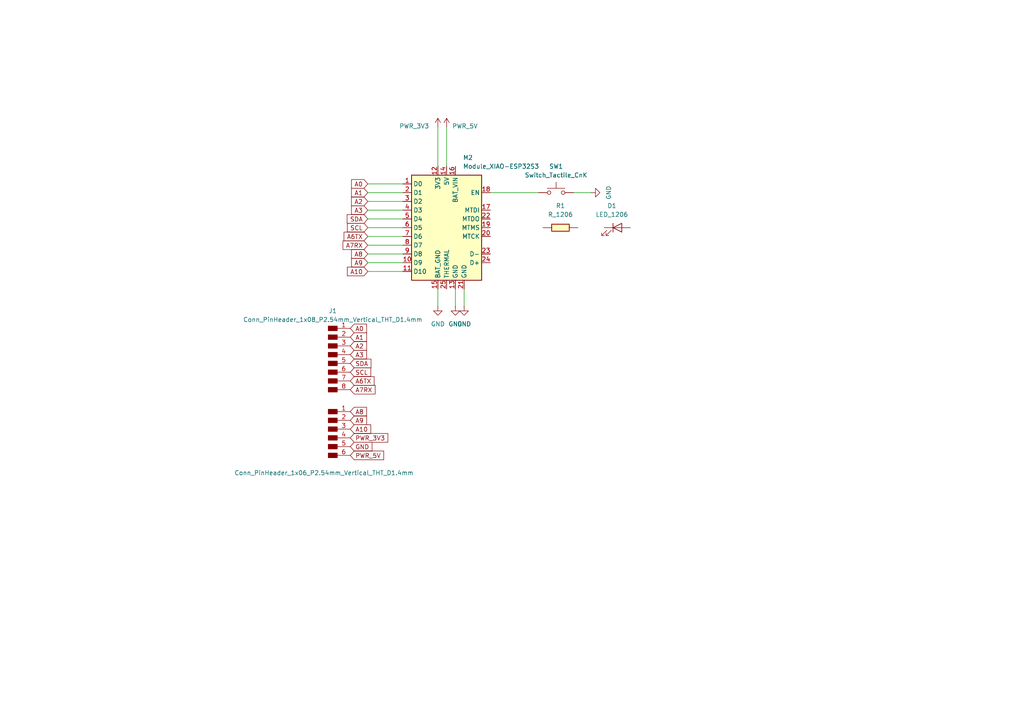
<source format=kicad_sch>
(kicad_sch (version 20231120) (generator "eeschema") (generator_version "8.0")
  (paper "A4")
  (lib_symbols
    (symbol "fab:Conn_PinHeader_1x06_P2.54mm_Vertical_THT_D1.4mm" (pin_names hide)
      (property "Reference" "J" (at 0 7.62 0))
      (property "Value" "Conn_PinHeader_1x06_P2.54mm_Vertical_THT_D1.4mm" (at 0 -10.16 0))
      (symbol "Conn_PinHeader_1x06_P2.54mm_Vertical_THT_D1.4mm_1_1"
        (rectangle (start -1.27 -6.985) (end 1.27 -8.255) (stroke (width 0.254)) (fill (type outline)))
        (rectangle (start -1.27 -4.445) (end 1.27 -5.715) (stroke (width 0.254)) (fill (type outline)))
        (rectangle (start -1.27 -1.905) (end 1.27 -3.175) (stroke (width 0.254)) (fill (type outline)))
        (rectangle (start -1.27 0.635) (end 1.27 -0.635) (stroke (width 0.254)) (fill (type outline)))
        (rectangle (start -1.27 3.175) (end 1.27 1.905) (stroke (width 0.254)) (fill (type outline)))
        (rectangle (start -1.27 5.715) (end 1.27 4.445) (stroke (width 0.254)) (fill (type outline)))
        (pin passive line (at 5.08 5.08 180) (length 3.81) (name "Pin_1") (number "1"))
        (pin passive line (at 5.08 2.54 180) (length 3.81) (name "Pin_2") (number "2"))
        (pin passive line (at 5.08 0 180) (length 3.81) (name "Pin_3") (number "3"))
        (pin passive line (at 5.08 -2.54 180) (length 3.81) (name "Pin_4") (number "4"))
        (pin passive line (at 5.08 -5.08 180) (length 3.81) (name "Pin_5") (number "5"))
        (pin passive line (at 5.08 -7.62 180) (length 3.81) (name "Pin_6") (number "6"))
      )
    )
    (symbol "fab:Conn_PinHeader_1x08_P2.54mm_Vertical_THT_D1.4mm" (pin_names hide)
      (property "Reference" "J" (at 0 10.16 0))
      (property "Value" "Conn_PinHeader_1x08_P2.54mm_Vertical_THT_D1.4mm" (at 0 -12.7 0))
      (symbol "Conn_PinHeader_1x08_P2.54mm_Vertical_THT_D1.4mm_1_1"
        (rectangle (start -1.27 -9.525) (end 1.27 -10.795) (stroke (width 0.254)) (fill (type outline)))
        (rectangle (start -1.27 -6.985) (end 1.27 -8.255) (stroke (width 0.254)) (fill (type outline)))
        (rectangle (start -1.27 -4.445) (end 1.27 -5.715) (stroke (width 0.254)) (fill (type outline)))
        (rectangle (start -1.27 -1.905) (end 1.27 -3.175) (stroke (width 0.254)) (fill (type outline)))
        (rectangle (start -1.27 0.635) (end 1.27 -0.635) (stroke (width 0.254)) (fill (type outline)))
        (rectangle (start -1.27 3.175) (end 1.27 1.905) (stroke (width 0.254)) (fill (type outline)))
        (rectangle (start -1.27 5.715) (end 1.27 4.445) (stroke (width 0.254)) (fill (type outline)))
        (rectangle (start -1.27 8.255) (end 1.27 6.985) (stroke (width 0.254)) (fill (type outline)))
        (pin passive line (at 5.08 7.62 180) (length 3.81) (name "Pin_1") (number "1"))
        (pin passive line (at 5.08 5.08 180) (length 3.81) (name "Pin_2") (number "2"))
        (pin passive line (at 5.08 2.54 180) (length 3.81) (name "Pin_3") (number "3"))
        (pin passive line (at 5.08 0 180) (length 3.81) (name "Pin_4") (number "4"))
        (pin passive line (at 5.08 -2.54 180) (length 3.81) (name "Pin_5") (number "5"))
        (pin passive line (at 5.08 -5.08 180) (length 3.81) (name "Pin_6") (number "6"))
        (pin passive line (at 5.08 -7.62 180) (length 3.81) (name "Pin_7") (number "7"))
        (pin passive line (at 5.08 -10.16 180) (length 3.81) (name "Pin_8") (number "8"))
      )
    )
    (symbol "fab:LED_1206" (pin_numbers hide) (pin_names (offset 1.016) hide)
      (property "Reference" "D" (at 0 2.54 0))
      (property "Value" "LED_1206" (at 0 -2.54 0))
      (symbol "LED_1206_0_1"
        (polyline (pts (xy -1.27 -1.27) (xy -1.27 1.27)) (stroke (width 0.2032)))
        (polyline (pts (xy -1.27 0) (xy 1.27 0)))
        (polyline (pts (xy 1.27 -1.27) (xy 1.27 1.27) (xy -1.27 0) (xy 1.27 -1.27)) (stroke (width 0.2032)))
        (polyline (pts (xy -3.048 -0.762) (xy -4.572 -2.286) (xy -3.81 -2.286) (xy -4.572 -2.286) (xy -4.572 -1.524)))
        (polyline (pts (xy -1.778 -0.762) (xy -3.302 -2.286) (xy -2.54 -2.286) (xy -3.302 -2.286) (xy -3.302 -1.524)))
      )
      (symbol "LED_1206_1_1"
        (pin passive line (at -3.81 0 0) (length 2.54) (name "K") (number "1"))
        (pin passive line (at 3.81 0 180) (length 2.54) (name "A") (number "2"))
      )
    )
    (symbol "fab:Module_XIAO-ESP32S3"
      (property "Reference" "M" (at -10.16 16.51 0))
      (property "Value" "Module_XIAO-ESP32S3" (at 3.81 16.51 0))
      (symbol "Module_XIAO-ESP32S3_1_1"
        (rectangle (start -10.16 15.24) (end 10.16 -15.24) (stroke (width 0.254)) (fill (type background)))
        (pin bidirectional line (at -12.7 12.7 0) (length 2.54) (name "D0") (number "1"))
        (pin bidirectional line (at -12.7 -10.16 0) (length 2.54) (name "D9") (number "10"))
        (pin bidirectional line (at -12.7 -12.7 0) (length 2.54) (name "D10") (number "11"))
        (pin power_in line (at -2.54 17.78 270) (length 2.54) (name "3V3") (number "12"))
        (pin power_in line (at 2.54 -17.78 90) (length 2.54) (name "GND") (number "13"))
        (pin power_in line (at 0 17.78 270) (length 2.54) (name "5V") (number "14"))
        (pin power_in line (at -2.54 -17.78 90) (length 2.54) (name "BAT_GND") (number "15"))
        (pin power_in line (at 2.54 17.78 270) (length 2.54) (name "BAT_VIN") (number "16"))
        (pin input line (at 12.7 5.08 180) (length 2.54) (name "MTDI") (number "17"))
        (pin input line (at 12.7 10.16 180) (length 2.54) (name "EN") (number "18"))
        (pin input line (at 12.7 0 180) (length 2.54) (name "MTMS") (number "19"))
        (pin bidirectional line (at -12.7 10.16 0) (length 2.54) (name "D1") (number "2"))
        (pin input line (at 12.7 -2.54 180) (length 2.54) (name "MTCK") (number "20"))
        (pin power_in line (at 5.08 -17.78 90) (length 2.54) (name "GND") (number "21"))
        (pin output line (at 12.7 2.54 180) (length 2.54) (name "MTDO") (number "22"))
        (pin bidirectional line (at 12.7 -7.62 180) (length 2.54) (name "D-") (number "23"))
        (pin bidirectional line (at 12.7 -10.16 180) (length 2.54) (name "D+") (number "24"))
        (pin power_in line (at 0 -17.78 90) (length 2.54) (name "THERMAL") (number "25"))
        (pin bidirectional line (at -12.7 7.62 0) (length 2.54) (name "D2") (number "3"))
        (pin bidirectional line (at -12.7 5.08 0) (length 2.54) (name "D3") (number "4"))
        (pin bidirectional line (at -12.7 2.54 0) (length 2.54) (name "D4") (number "5"))
        (pin bidirectional line (at -12.7 0 0) (length 2.54) (name "D5") (number "6"))
        (pin bidirectional line (at -12.7 -2.54 0) (length 2.54) (name "D6") (number "7"))
        (pin bidirectional line (at -12.7 -5.08 0) (length 2.54) (name "D7") (number "8"))
        (pin bidirectional line (at -12.7 -7.62 0) (length 2.54) (name "D8") (number "9"))
      )
    )
    (symbol "fab:PWR_3V3" (power) (pin_names (offset 0))
      (property "Value" "PWR_3V3" (at 0 3.556 0))
      (symbol "PWR_3V3_0_1"
        (polyline (pts (xy -0.762 1.27) (xy 0 2.54)))
        (polyline (pts (xy 0 0) (xy 0 2.54)))
        (polyline (pts (xy 0 2.54) (xy 0.762 1.27)))
      )
      (symbol "PWR_3V3_1_1"
        (pin power_in line (at 0 0 90) (length 0) hide (name "PWR_3V3") (number "1"))
      )
    )
    (symbol "fab:PWR_5V" (power) (pin_names (offset 0))
      (property "Value" "PWR_5V" (at 0 3.556 0))
      (symbol "PWR_5V_0_1"
        (polyline (pts (xy -0.762 1.27) (xy 0 2.54)))
        (polyline (pts (xy 0 0) (xy 0 2.54)))
        (polyline (pts (xy 0 2.54) (xy 0.762 1.27)))
      )
      (symbol "PWR_5V_1_1"
        (pin power_in line (at 0 0 90) (length 0) hide (name "PWR_5V") (number "1"))
      )
    )
    (symbol "fab:R_1206" (pin_numbers hide) (pin_names (offset 0))
      (property "Reference" "R" (at 2.54 0 90))
      (property "Value" "R_1206" (at -2.54 0 90))
      (symbol "R_1206_0_1"
        (rectangle (start -1.016 -2.54) (end 1.016 2.54) (stroke (width 0.254)) (fill (type background)))
      )
      (symbol "R_1206_1_1"
        (pin passive line (at 0 5.08 270) (length 2.54) (name "~") (number "1"))
        (pin passive line (at 0 -5.08 90) (length 2.54) (name "~") (number "2"))
      )
    )
    (symbol "fab:Switch_Tactile_CnK" (pin_numbers hide) (pin_names (offset 1.016) hide)
      (property "Reference" "SW" (at 1.27 3.81 0))
      (property "Value" "Switch_Tactile_CnK" (at 0 0 0))
      (symbol "Switch_Tactile_CnK_0_1"
        (circle (center -2.032 0) (radius 0.508))
        (polyline (pts (xy 0 1.27) (xy 0 3.048)))
        (polyline (pts (xy 2.54 1.27) (xy -2.54 1.27)))
        (circle (center 2.032 0) (radius 0.508))
        (pin passive line (at -5.08 0 0) (length 2.54) (name "1") (number "1"))
        (pin passive line (at 5.08 0 180) (length 2.54) (name "2") (number "2"))
      )
    )
    (symbol "power:GND" (power) (pin_numbers hide) (pin_names (offset 0) hide)
      (property "Value" "GND" (at 0 -3.81 0))
      (symbol "GND_0_1"
        (polyline (pts (xy 0 0) (xy 0 -1.27) (xy 1.27 -1.27) (xy 0 -2.54) (xy -1.27 -1.27) (xy 0 -1.27)))
      )
      (symbol "GND_1_1"
        (pin power_in line (at 0 0 270) (length 0) (name "~") (number "1"))
      )
    )
  )
  (wire (pts (xy 106.68 55.88) (xy 116.84 55.88)))
  (wire (pts (xy 106.68 68.58) (xy 116.84 68.58)))
  (wire (pts (xy 106.68 63.5) (xy 116.84 63.5)))
  (wire (pts (xy 106.68 53.34) (xy 116.84 53.34)))
  (wire (pts (xy 106.68 76.2) (xy 116.84 76.2)))
  (wire (pts (xy 127 83.82) (xy 127 88.9)))
  (wire (pts (xy 127 36.83) (xy 127 48.26)))
  (wire (pts (xy 106.68 73.66) (xy 116.84 73.66)))
  (wire (pts (xy 106.68 71.12) (xy 116.84 71.12)))
  (wire (pts (xy 106.68 66.04) (xy 116.84 66.04)))
  (wire (pts (xy 134.62 83.82) (xy 134.62 88.9)))
  (wire (pts (xy 106.68 58.42) (xy 116.84 58.42)))
  (wire (pts (xy 129.54 36.83) (xy 129.54 48.26)))
  (wire (pts (xy 166.37 55.88) (xy 171.45 55.88)))
  (wire (pts (xy 106.68 78.74) (xy 116.84 78.74)))
  (wire (pts (xy 142.24 55.88) (xy 156.21 55.88)))
  (wire (pts (xy 132.08 83.82) (xy 132.08 88.9)))
  (wire (pts (xy 106.68 60.96) (xy 116.84 60.96)))
  (global_label "A9" (shape input) (at 106.68 76.2 180) (property "Intersheetrefs" "${INTERSHEET_REFS}" (effects (hide yes))))
  (global_label "SDA" (shape input) (at 106.68 63.5 180) (property "Intersheetrefs" "${INTERSHEET_REFS}" (effects (hide yes))))
  (global_label "A9" (shape input) (at 101.6 121.92 0) (property "Intersheetrefs" "${INTERSHEET_REFS}" (effects (hide yes))))
  (global_label "A7RX" (shape input) (at 106.68 71.12 180) (property "Intersheetrefs" "${INTERSHEET_REFS}" (effects (hide yes))))
  (global_label "A0" (shape input) (at 101.6 95.25 0) (property "Intersheetrefs" "${INTERSHEET_REFS}" (effects (hide yes))))
  (global_label "A6TX" (shape input) (at 106.68 68.58 180) (property "Intersheetrefs" "${INTERSHEET_REFS}" (effects (hide yes))))
  (global_label "A3" (shape input) (at 106.68 60.96 180) (property "Intersheetrefs" "${INTERSHEET_REFS}" (effects (hide yes))))
  (global_label "A0" (shape input) (at 106.68 53.34 180) (property "Intersheetrefs" "${INTERSHEET_REFS}" (effects (hide yes))))
  (global_label "A2" (shape input) (at 101.6 100.33 0) (property "Intersheetrefs" "${INTERSHEET_REFS}" (effects (hide yes))))
  (global_label "A10" (shape input) (at 101.6 124.46 0) (property "Intersheetrefs" "${INTERSHEET_REFS}" (effects (hide yes))))
  (global_label "A7RX" (shape input) (at 101.6 113.03 0) (property "Intersheetrefs" "${INTERSHEET_REFS}" (effects (hide yes))))
  (global_label "SCL" (shape input) (at 106.68 66.04 180) (property "Intersheetrefs" "${INTERSHEET_REFS}" (effects (hide yes))))
  (global_label "SCL" (shape input) (at 101.6 107.95 0) (property "Intersheetrefs" "${INTERSHEET_REFS}" (effects (hide yes))))
  (global_label "A6TX" (shape input) (at 101.6 110.49 0) (property "Intersheetrefs" "${INTERSHEET_REFS}" (effects (hide yes))))
  (global_label "A2" (shape input) (at 106.68 58.42 180) (property "Intersheetrefs" "${INTERSHEET_REFS}" (effects (hide yes))))
  (global_label "A10" (shape input) (at 106.68 78.74 180) (property "Intersheetrefs" "${INTERSHEET_REFS}" (effects (hide yes))))
  (global_label "A8" (shape input) (at 101.6 119.38 0) (property "Intersheetrefs" "${INTERSHEET_REFS}" (effects (hide yes))))
  (global_label "PWR_3V3" (shape input) (at 101.6 127 0) (property "Intersheetrefs" "${INTERSHEET_REFS}" (effects (hide yes))))
  (global_label "A8" (shape input) (at 106.68 73.66 180) (property "Intersheetrefs" "${INTERSHEET_REFS}" (effects (hide yes))))
  (global_label "A1" (shape input) (at 106.68 55.88 180) (property "Intersheetrefs" "${INTERSHEET_REFS}" (effects (hide yes))))
  (global_label "PWR_5V" (shape input) (at 101.6 132.08 0) (property "Intersheetrefs" "${INTERSHEET_REFS}" (effects (hide yes))))
  (global_label "A3" (shape input) (at 101.6 102.87 0) (property "Intersheetrefs" "${INTERSHEET_REFS}" (effects (hide yes))))
  (global_label "SDA" (shape input) (at 101.6 105.41 0) (property "Intersheetrefs" "${INTERSHEET_REFS}" (effects (hide yes))))
  (global_label "GND" (shape input) (at 101.6 129.54 0) (property "Intersheetrefs" "${INTERSHEET_REFS}" (effects (hide yes))))
  (global_label "A1" (shape input) (at 101.6 97.79 0) (property "Intersheetrefs" "${INTERSHEET_REFS}" (effects (hide yes))))
  (symbol (lib_id "fab:Module_XIAO-ESP32S3") (at 129.54 66.04 0) (unit 1)
    (property "Reference" "M2" (at 134.2741 45.72 0) (effects (justify left)))
    (property "Value" "Module_XIAO-ESP32S3" (at 134.2741 48.26 0) (effects (justify left)))
    (property "Footprint" "fab:SeeedStudio_XIAO_ESP32S3" (effects (hide yes)))
    (property "Datasheet" "https://wiki.seeedstudio.com/xiao_esp32s3_getting_started/" (effects (hide yes)))
    (property "Description" "ESP32-C3 Transceiver; 802.11 a/b/g/n (Wi-Fi, WiFi, WLAN), Bluetooth® Smart 4.x Low Energy (BLE) 2.4GHz Evaluation Board" (effects (hide yes)))
  )
  (symbol (lib_id "fab:Conn_PinHeader_1x08_P2.54mm_Vertical_THT_D1.4mm") (at 96.52 102.87 0) (unit 1)
    (property "Reference" "J1" (at 96.52 90.17 0))
    (property "Value" "Conn_PinHeader_1x08_P2.54mm_Vertical_THT_D1.4mm" (at 96.52 92.71 0))
    (property "Footprint" "fab:PinHeader_1x08_P2.54mm_Vertical_THT_D1.4mm" (effects (hide yes)))
    (property "Description" "Connector Header Through Hole 8 positions 0.100\" (2.54mm)" (effects (hide yes)))
  )
  (symbol (lib_id "power:GND") (at 132.08 88.9 0) (unit 1)
    (property "Reference" "#PWR06" (effects (hide yes)))
    (property "Value" "GND" (at 132.08 93.98 0))
    (property "Description" "Power symbol creates a global label with name \"GND\" , ground" (effects (hide yes)))
  )
  (symbol (lib_id "power:GND") (at 134.62 88.9 0) (unit 1)
    (property "Reference" "#PWR07" (effects (hide yes)))
    (property "Value" "GND" (at 134.62 93.98 0))
    (property "Description" "Power symbol creates a global label with name \"GND\" , ground" (effects (hide yes)))
  )
  (symbol (lib_id "fab:R_1206") (at 162.56 66.04 270) (unit 1)
    (property "Reference" "R1" (at 162.56 59.69 90))
    (property "Value" "R_1206" (at 162.56 62.23 90))
    (property "Footprint" "fab:R_1206" (effects (hide yes)))
    (property "Description" "Resistor" (effects (hide yes)))
  )
  (symbol (lib_id "fab:LED_1206") (at 179.07 66.04 0) (unit 1)
    (property "Reference" "D1" (at 177.4698 59.69 0))
    (property "Value" "LED_1206" (at 177.4698 62.23 0))
    (property "Footprint" "fab:LED_1206" (effects (hide yes)))
    (property "Datasheet" "https://optoelectronics.liteon.com/upload/download/DS-22-98-0002/LTST-C150CKT.pdf" (effects (hide yes)))
    (property "Description" "Light emitting diode, Lite-On Inc. LTST, SMD" (effects (hide yes)))
  )
  (symbol (lib_id "power:GND") (at 171.45 55.88 90) (unit 1)
    (property "Reference" "#PWR09" (effects (hide yes)))
    (property "Value" "GND" (at 176.53 55.88 0))
    (property "Description" "Power symbol creates a global label with name \"GND\" , ground" (effects (hide yes)))
  )
  (symbol (lib_id "fab:Switch_Tactile_CnK") (at 161.29 55.88 0) (unit 1)
    (property "Reference" "SW1" (at 161.29 48.26 0))
    (property "Value" "Switch_Tactile_CnK" (at 161.29 50.8 0))
    (property "Footprint" "fab:Button_CnK_PTS636.0_6x3.5mm" (effects (hide yes)))
    (property "Datasheet" "https://www.ckswitches.com/media/2779/pts636.pdf" (effects (hide yes)))
    (property "Description" "Push button switch, C&K PTS636 SM25F SMTR LFS, Tactile Switch SPST-NO Top Actuated Surface Mount" (effects (hide yes)))
  )
  (symbol (lib_id "fab:PWR_5V") (at 129.54 36.83 0) (unit 1)
    (property "Reference" "#PWR05" (effects (hide yes)))
    (property "Value" "PWR_5V" (at 134.874 36.576 0))
    (property "Description" "Power symbol creates a global label with name \"+5V\"" (effects (hide yes)))
  )
  (symbol (lib_id "power:GND") (at 127 88.9 0) (unit 1)
    (property "Reference" "#PWR08" (effects (hide yes)))
    (property "Value" "GND" (at 127 93.98 0))
    (property "Description" "Power symbol creates a global label with name \"GND\" , ground" (effects (hide yes)))
  )
  (symbol (lib_id "fab:Conn_PinHeader_1x06_P2.54mm_Vertical_THT_D1.4mm") (at 96.52 124.46 0) (unit 1)
    (property "Reference" "J3" (effects (hide yes)))
    (property "Value" "Conn_PinHeader_1x06_P2.54mm_Vertical_THT_D1.4mm" (at 93.98 137.16 0))
    (property "Footprint" "fab:PinHeader_1x06_P2.54mm_Vertical_THT_D1.4mm" (effects (hide yes)))
    (property "Datasheet" "https://media.digikey.com/PDF/Data%20Sheets/Sullins%20PDFs/xRxCzzzSxxN-RC_ST_11635-B.pdf" (effects (hide yes)))
    (property "Description" "Connector Header Through Hole 6 positions 0.100\" (2.54mm)" (effects (hide yes)))
  )
  (symbol (lib_id "fab:PWR_3V3") (at 127 36.83 0) (unit 1)
    (property "Reference" "#PWR04" (effects (hide yes)))
    (property "Value" "PWR_3V3" (at 120.142 36.576 0))
    (property "Description" "Power symbol creates a global label with name \"+3V3\"" (effects (hide yes)))
  )
)
</source>
